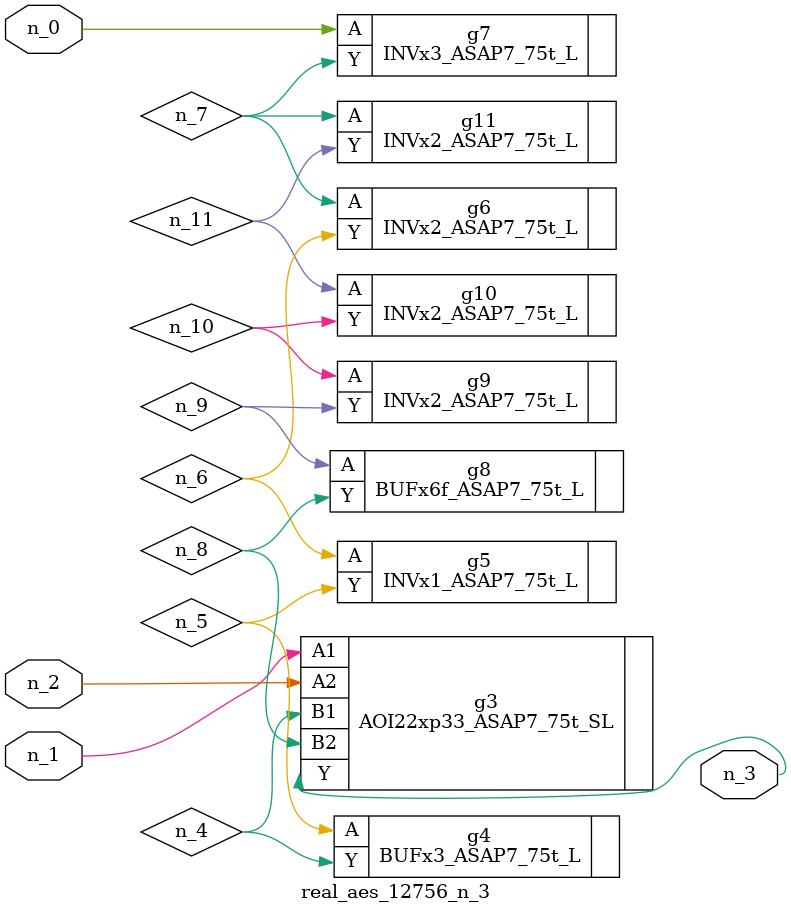
<source format=v>
module real_aes_12756_n_3 (n_0, n_2, n_1, n_3);
input n_0;
input n_2;
input n_1;
output n_3;
wire n_4;
wire n_5;
wire n_7;
wire n_8;
wire n_6;
wire n_9;
wire n_10;
wire n_11;
INVx3_ASAP7_75t_L g7 ( .A(n_0), .Y(n_7) );
AOI22xp33_ASAP7_75t_SL g3 ( .A1(n_1), .A2(n_2), .B1(n_4), .B2(n_8), .Y(n_3) );
BUFx3_ASAP7_75t_L g4 ( .A(n_5), .Y(n_4) );
INVx1_ASAP7_75t_L g5 ( .A(n_6), .Y(n_5) );
INVx2_ASAP7_75t_L g6 ( .A(n_7), .Y(n_6) );
INVx2_ASAP7_75t_L g11 ( .A(n_7), .Y(n_11) );
BUFx6f_ASAP7_75t_L g8 ( .A(n_9), .Y(n_8) );
INVx2_ASAP7_75t_L g9 ( .A(n_10), .Y(n_9) );
INVx2_ASAP7_75t_L g10 ( .A(n_11), .Y(n_10) );
endmodule
</source>
